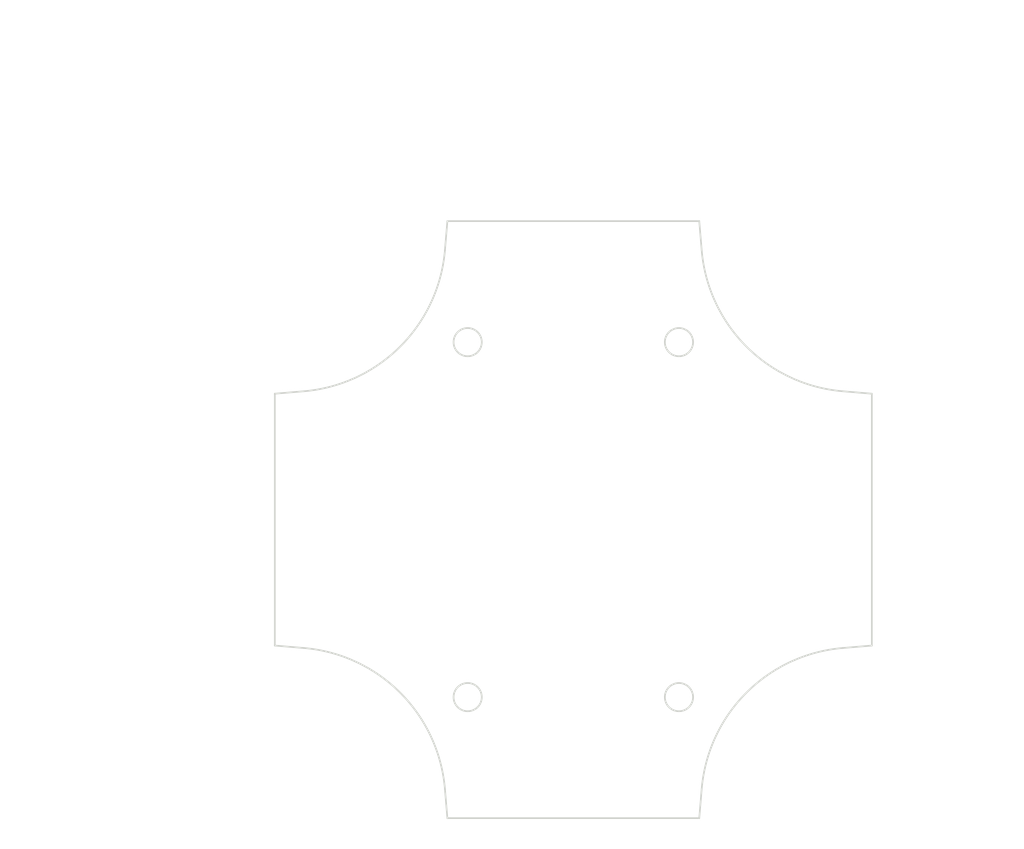
<source format=kicad_pcb>
(kicad_pcb (version 20171130) (host pcbnew "(5.1.0)-1")

  (general
    (thickness 1.6)
    (drawings 70)
    (tracks 0)
    (zones 0)
    (modules 0)
    (nets 1)
  )

  (page A4)
  (layers
    (0 F.Cu signal)
    (31 B.Cu signal)
    (32 B.Adhes user)
    (33 F.Adhes user)
    (34 B.Paste user)
    (35 F.Paste user)
    (36 B.SilkS user)
    (37 F.SilkS user)
    (38 B.Mask user)
    (39 F.Mask user)
    (40 Dwgs.User user)
    (41 Cmts.User user)
    (42 Eco1.User user)
    (43 Eco2.User user)
    (44 Edge.Cuts user)
    (45 Margin user)
    (46 B.CrtYd user)
    (47 F.CrtYd user)
    (48 B.Fab user)
    (49 F.Fab user)
  )

  (setup
    (last_trace_width 0.25)
    (trace_clearance 0.2)
    (zone_clearance 0.508)
    (zone_45_only no)
    (trace_min 0.2)
    (via_size 0.8)
    (via_drill 0.4)
    (via_min_size 0.4)
    (via_min_drill 0.3)
    (uvia_size 0.3)
    (uvia_drill 0.1)
    (uvias_allowed no)
    (uvia_min_size 0.2)
    (uvia_min_drill 0.1)
    (edge_width 0.05)
    (segment_width 0.2)
    (pcb_text_width 0.3)
    (pcb_text_size 1.5 1.5)
    (mod_edge_width 0.12)
    (mod_text_size 1 1)
    (mod_text_width 0.15)
    (pad_size 1.524 1.524)
    (pad_drill 0.762)
    (pad_to_mask_clearance 0.051)
    (solder_mask_min_width 0.25)
    (aux_axis_origin 0 0)
    (visible_elements FFFFFF7F)
    (pcbplotparams
      (layerselection 0x010fc_ffffffff)
      (usegerberextensions false)
      (usegerberattributes false)
      (usegerberadvancedattributes false)
      (creategerberjobfile false)
      (excludeedgelayer true)
      (linewidth 0.152400)
      (plotframeref false)
      (viasonmask false)
      (mode 1)
      (useauxorigin false)
      (hpglpennumber 1)
      (hpglpenspeed 20)
      (hpglpendiameter 15.000000)
      (psnegative false)
      (psa4output false)
      (plotreference true)
      (plotvalue true)
      (plotinvisibletext false)
      (padsonsilk false)
      (subtractmaskfromsilk false)
      (outputformat 1)
      (mirror false)
      (drillshape 1)
      (scaleselection 1)
      (outputdirectory ""))
  )

  (net 0 "")

  (net_class Default "This is the default net class."
    (clearance 0.2)
    (trace_width 0.25)
    (via_dia 0.8)
    (via_drill 0.4)
    (uvia_dia 0.3)
    (uvia_drill 0.1)
  )

  (gr_line (start 191.530018 117.770001) (end 191.530018 87.97) (layer Edge.Cuts) (width 0.2))
  (gr_line (start 191.530018 87.97) (end 188.08888 87.68104) (layer Edge.Cuts) (width 0.2))
  (gr_arc (start 189.618847 69.461153) (end 171.39896 70.99112) (angle -80.40000128) (layer Edge.Cuts) (width 0.2))
  (gr_line (start 171.39896 70.99112) (end 171.11 67.549983) (layer Edge.Cuts) (width 0.2))
  (gr_line (start 171.11 67.549983) (end 141.31 67.549983) (layer Edge.Cuts) (width 0.2))
  (gr_line (start 141.31 67.549983) (end 141.021039 70.99112) (layer Edge.Cuts) (width 0.2))
  (gr_arc (start 122.801152 69.461153) (end 124.331119 87.68104) (angle -80.40000128) (layer Edge.Cuts) (width 0.2))
  (gr_line (start 124.331119 87.68104) (end 120.889981 87.97) (layer Edge.Cuts) (width 0.2))
  (gr_line (start 120.889981 87.97) (end 120.889981 117.770001) (layer Edge.Cuts) (width 0.2))
  (gr_line (start 120.889981 117.770001) (end 124.331119 118.058961) (layer Edge.Cuts) (width 0.2))
  (gr_arc (start 122.801152 136.278848) (end 141.021039 134.748881) (angle -80.40000128) (layer Edge.Cuts) (width 0.2))
  (gr_line (start 141.021039 134.748881) (end 141.31 138.190018) (layer Edge.Cuts) (width 0.2))
  (gr_line (start 141.31 138.190018) (end 171.11 138.190018) (layer Edge.Cuts) (width 0.2))
  (gr_line (start 171.11 138.190018) (end 171.39896 134.748881) (layer Edge.Cuts) (width 0.2))
  (gr_arc (start 189.618847 136.278848) (end 188.08888 118.058961) (angle -80.40000128) (layer Edge.Cuts) (width 0.2))
  (gr_line (start 188.08888 118.058961) (end 191.530018 117.770001) (layer Edge.Cuts) (width 0.2))
  (gr_circle (center 168.709999 81.870001) (end 170.379999 81.870001) (layer Edge.Cuts) (width 0.2))
  (gr_circle (center 168.709999 123.87) (end 170.379999 123.87) (layer Edge.Cuts) (width 0.2))
  (gr_circle (center 143.71 123.87) (end 145.38 123.87) (layer Edge.Cuts) (width 0.2))
  (gr_circle (center 143.71 81.870001) (end 145.38 81.870001) (layer Edge.Cuts) (width 0.2))
  (gr_line (start 168.71 123.960001) (end 168.71 123.78) (layer Dwgs.User) (width 0.2))
  (gr_line (start 168.62 123.870001) (end 168.8 123.870001) (layer Dwgs.User) (width 0.2))
  (gr_text " ∅3.34\n[∅0.13]" (at 183.031145 138.408) (layer Dwgs.User)
    (effects (font (size 1.7 1.53) (thickness 0.2125)))
  )
  (gr_line (start 176.494276 138.408) (end 170.442371 127.105397) (layer Dwgs.User) (width 0.2))
  (gr_line (start 178.494276 138.408) (end 176.494276 138.408) (layer Dwgs.User) (width 0.2))
  (gr_text 85.2° (at 180.426949 76.117357) (layer Dwgs.User)
    (effects (font (size 1.7 1.53) (thickness 0.2125)))
  )
  (gr_arc (start 171.11 67.549983) (end 181.72149 74.449383) (angle -23.96830576) (layer Dwgs.User) (width 0.2))
  (gr_arc (start 171.11 67.549983) (end 174.142663 79.83853) (angle -22.17225038) (layer Dwgs.User) (width 0.2))
  (gr_line (start 173.11 67.549983) (end 186.942229 67.549983) (layer Dwgs.User) (width 0.2))
  (gr_line (start 171.482638 71.987613) (end 172.434806 83.326686) (layer Dwgs.User) (width 0.2))
  (gr_text [1.65] (at 101.570613 104.759462) (layer Dwgs.User)
    (effects (font (size 1.7 1.53) (thickness 0.2125)))
  )
  (gr_text " 42.00" (at 101.570613 101.202026) (layer Dwgs.User)
    (effects (font (size 1.7 1.53) (thickness 0.2125)))
  )
  (gr_line (start 101.570613 121.87) (end 101.570613 106.427436) (layer Dwgs.User) (width 0.2))
  (gr_line (start 101.570613 83.87) (end 101.570613 99.312565) (layer Dwgs.User) (width 0.2))
  (gr_line (start 142.71 123.87) (end 98.395613 123.87) (layer Dwgs.User) (width 0.2))
  (gr_line (start 142.71 81.870001) (end 98.395613 81.870001) (layer Dwgs.User) (width 0.2))
  (gr_text [.98] (at 156.21 64.414754) (layer Dwgs.User)
    (effects (font (size 1.7 1.53) (thickness 0.2125)))
  )
  (gr_text " 25.00" (at 156.21 60.857319) (layer Dwgs.User)
    (effects (font (size 1.7 1.53) (thickness 0.2125)))
  )
  (gr_line (start 166.709999 62.525293) (end 160.254611 62.525293) (layer Dwgs.User) (width 0.2))
  (gr_line (start 145.709999 62.525293) (end 152.165388 62.525293) (layer Dwgs.User) (width 0.2))
  (gr_line (start 168.709999 80.870001) (end 168.709999 59.350293) (layer Dwgs.User) (width 0.2))
  (gr_line (start 143.71 80.870001) (end 143.71 59.350293) (layer Dwgs.User) (width 0.2))
  (gr_text [1.17] (at 110.889981 104.759462) (layer Dwgs.User)
    (effects (font (size 1.7 1.53) (thickness 0.2125)))
  )
  (gr_text " 29.80" (at 110.889981 101.202026) (layer Dwgs.User)
    (effects (font (size 1.7 1.53) (thickness 0.2125)))
  )
  (gr_line (start 110.889981 115.770001) (end 110.889981 106.427436) (layer Dwgs.User) (width 0.2))
  (gr_line (start 110.889981 89.97) (end 110.889981 99.312565) (layer Dwgs.User) (width 0.2))
  (gr_line (start 119.889981 117.770001) (end 107.714981 117.770001) (layer Dwgs.User) (width 0.2))
  (gr_line (start 119.889981 87.97) (end 107.714981 87.97) (layer Dwgs.User) (width 0.2))
  (gr_text [1.17] (at 156.21 55.951845) (layer Dwgs.User)
    (effects (font (size 1.7 1.53) (thickness 0.2125)))
  )
  (gr_text " 29.80" (at 156.21 52.39441) (layer Dwgs.User)
    (effects (font (size 1.7 1.53) (thickness 0.2125)))
  )
  (gr_line (start 169.11 54.062384) (end 160.254611 54.062384) (layer Dwgs.User) (width 0.2))
  (gr_line (start 143.31 54.062384) (end 152.165388 54.062384) (layer Dwgs.User) (width 0.2))
  (gr_line (start 171.11 66.549983) (end 171.11 50.887384) (layer Dwgs.User) (width 0.2))
  (gr_line (start 141.31 66.549983) (end 141.31 50.887384) (layer Dwgs.User) (width 0.2))
  (gr_text [R0.72] (at 204.755629 140.453989) (layer Dwgs.User)
    (effects (font (size 1.7 1.53) (thickness 0.2125)))
  )
  (gr_text " R18.28" (at 204.755629 136.896553) (layer Dwgs.User)
    (effects (font (size 1.7 1.53) (thickness 0.2125)))
  )
  (gr_line (start 191.461944 138.564527) (end 179.397168 123.602637) (layer Dwgs.User) (width 0.2))
  (gr_line (start 199.848842 138.564527) (end 191.461944 138.564527) (layer Dwgs.User) (width 0.2))
  (gr_text [2.78] (at 92.403613 104.759462) (layer Dwgs.User)
    (effects (font (size 1.7 1.53) (thickness 0.2125)))
  )
  (gr_text " 70.64" (at 92.403613 101.202026) (layer Dwgs.User)
    (effects (font (size 1.7 1.53) (thickness 0.2125)))
  )
  (gr_line (start 92.403613 136.190018) (end 92.403613 106.427436) (layer Dwgs.User) (width 0.2))
  (gr_line (start 92.403613 69.549983) (end 92.403613 99.312565) (layer Dwgs.User) (width 0.2))
  (gr_line (start 140.31 138.190018) (end 89.228613 138.190018) (layer Dwgs.User) (width 0.2))
  (gr_line (start 140.31 67.549983) (end 89.228613 67.549983) (layer Dwgs.User) (width 0.2))
  (gr_text [2.78] (at 156.21 46.552402) (layer Dwgs.User)
    (effects (font (size 1.7 1.53) (thickness 0.2125)))
  )
  (gr_text " 70.64" (at 156.21 42.994966) (layer Dwgs.User)
    (effects (font (size 1.7 1.53) (thickness 0.2125)))
  )
  (gr_line (start 189.530018 44.66294) (end 160.254031 44.66294) (layer Dwgs.User) (width 0.2))
  (gr_line (start 122.889981 44.66294) (end 152.165968 44.66294) (layer Dwgs.User) (width 0.2))
  (gr_line (start 191.530018 86.97) (end 191.530018 41.48794) (layer Dwgs.User) (width 0.2))
  (gr_line (start 120.889981 86.97) (end 120.889981 41.48794) (layer Dwgs.User) (width 0.2))

)

</source>
